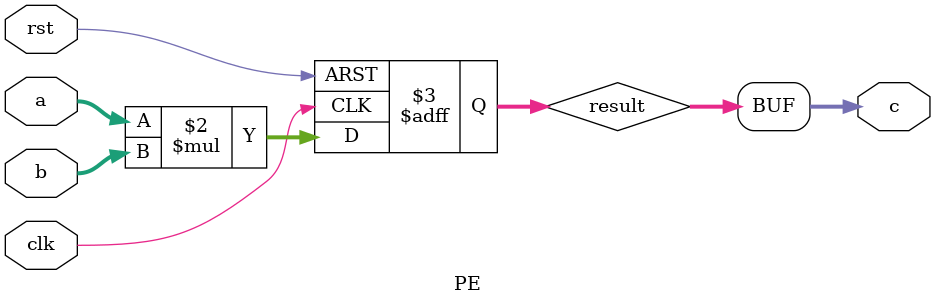
<source format=v>
module PE (
    input wire clk,
    input wire rst,
    input wire [31:0] a,
    input wire [31:0] b,
    output wire [31:0] c
);
    reg [31:0] result;
    always @(posedge clk or posedge rst) begin
        if (rst) result <= 0;
        else result <= a * b;  // Change operation as needed
    end
    assign c = result;
endmodule

</source>
